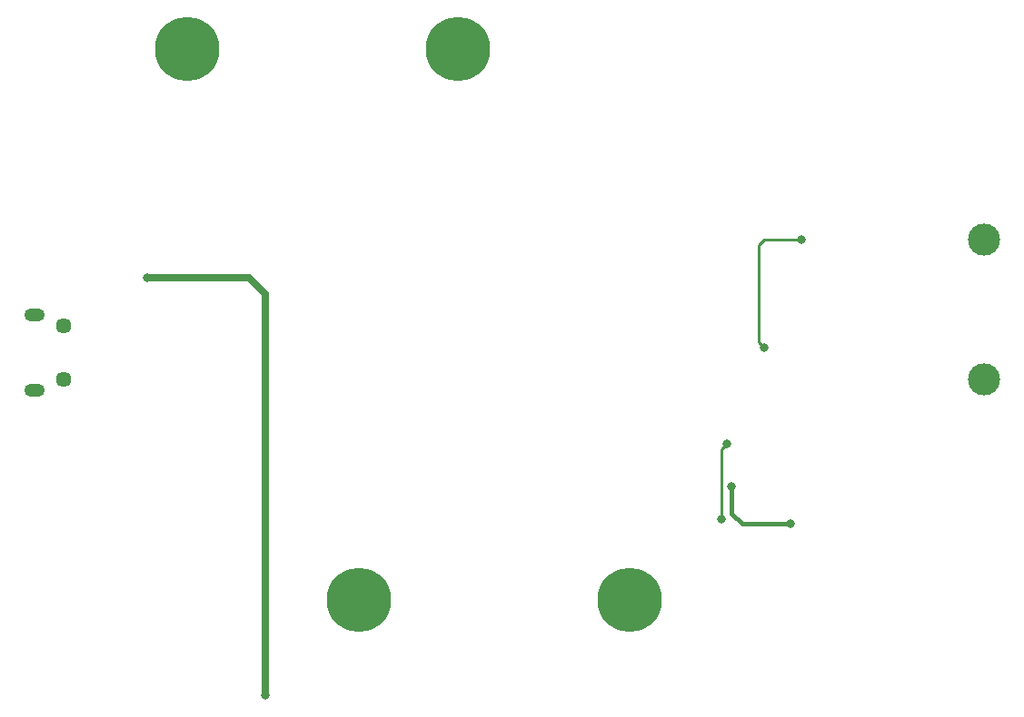
<source format=gbr>
G04 #@! TF.GenerationSoftware,KiCad,Pcbnew,(5.1.2-1)-1*
G04 #@! TF.CreationDate,2019-08-05T15:02:51+03:00*
G04 #@! TF.ProjectId,Boost_Converter,426f6f73-745f-4436-9f6e-766572746572,rev?*
G04 #@! TF.SameCoordinates,Original*
G04 #@! TF.FileFunction,Copper,L2,Bot*
G04 #@! TF.FilePolarity,Positive*
%FSLAX46Y46*%
G04 Gerber Fmt 4.6, Leading zero omitted, Abs format (unit mm)*
G04 Created by KiCad (PCBNEW (5.1.2-1)-1) date 2019-08-05 15:02:51*
%MOMM*%
%LPD*%
G04 APERTURE LIST*
%ADD10C,6.000000*%
%ADD11C,3.000000*%
%ADD12C,1.450000*%
%ADD13O,1.900000X1.200000*%
%ADD14C,0.800000*%
%ADD15C,0.650000*%
%ADD16C,0.450000*%
%ADD17C,0.250000*%
G04 APERTURE END LIST*
D10*
X60250000Y-98600000D03*
X44250000Y-47150000D03*
X69500000Y-47150000D03*
X85500000Y-98600000D03*
D11*
X118500000Y-78000000D03*
X118500000Y-65000000D03*
D12*
X32725000Y-73000000D03*
X32725000Y-78000000D03*
D13*
X30025000Y-72000000D03*
X30025000Y-79000000D03*
D14*
X40500000Y-68500000D03*
X51500000Y-107500000D03*
X95000000Y-88000000D03*
X100500000Y-91500000D03*
X101500000Y-65000000D03*
X98000000Y-75000000D03*
X94000000Y-91000000D03*
X94500000Y-84000000D03*
D15*
X40500000Y-68500000D02*
X50000000Y-68500000D01*
X51500000Y-70000000D02*
X51500000Y-107500000D01*
X50000000Y-68500000D02*
X51500000Y-70000000D01*
D16*
X95000000Y-88000000D02*
X95000000Y-90500000D01*
X96000000Y-91500000D02*
X100500000Y-91500000D01*
X95000000Y-90500000D02*
X96000000Y-91500000D01*
D17*
X101500000Y-65000000D02*
X98500000Y-65000000D01*
X98500000Y-65000000D02*
X98000000Y-65000000D01*
X98000000Y-65000000D02*
X97500000Y-65500000D01*
X97500000Y-74500000D02*
X98000000Y-75000000D01*
X97500000Y-65500000D02*
X97500000Y-74500000D01*
X94000000Y-84500000D02*
X94500000Y-84000000D01*
X94000000Y-91000000D02*
X94000000Y-84500000D01*
M02*

</source>
